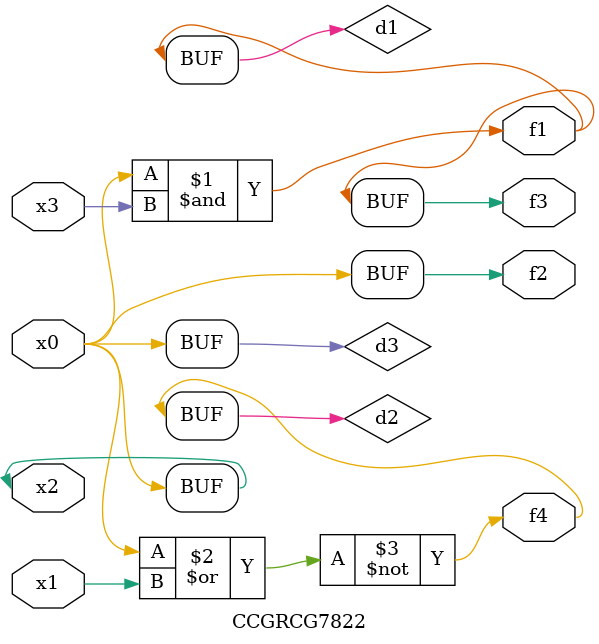
<source format=v>
module CCGRCG7822(
	input x0, x1, x2, x3,
	output f1, f2, f3, f4
);

	wire d1, d2, d3;

	and (d1, x2, x3);
	nor (d2, x0, x1);
	buf (d3, x0, x2);
	assign f1 = d1;
	assign f2 = d3;
	assign f3 = d1;
	assign f4 = d2;
endmodule

</source>
